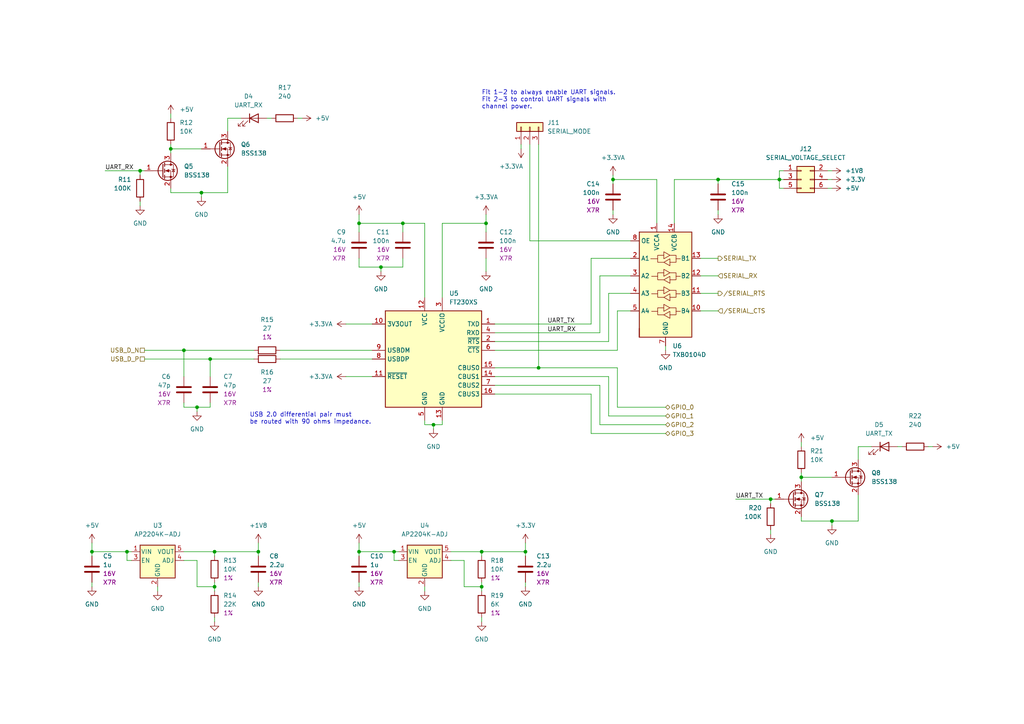
<source format=kicad_sch>
(kicad_sch (version 20230121) (generator eeschema)
  (paper "A4")
  (title_block (title "uCIme Lite USB controller") (date "2023-03-28") (company "(C) BayLibre"))
  (lib_symbols
    (symbol "Connector_Generic:Conn_01x03" (pin_names (offset 1.016) hide)
      (property "Reference" "J" (at 0 5.08 0))
      (property "Value" "Conn_01x03" (at 0 -5.08 0))
      (symbol "Conn_01x03_1_1"
        (rectangle (start -1.27 -2.413) (end 0 -2.667) (stroke (width 0.1524)))
        (rectangle (start -1.27 0.127) (end 0 -0.127) (stroke (width 0.1524)))
        (rectangle (start -1.27 2.667) (end 0 2.413) (stroke (width 0.1524)))
        (rectangle (start -1.27 3.81) (end 1.27 -3.81) (stroke (width 0.254)) (fill (type background)))
        (pin passive line (at -5.08 2.54 0) (length 3.81) (name "Pin_1") (number "1"))
        (pin passive line (at -5.08 0 0) (length 3.81) (name "Pin_2") (number "2"))
        (pin passive line (at -5.08 -2.54 0) (length 3.81) (name "Pin_3") (number "3"))
      )
    )
    (symbol "Connector_Generic:Conn_02x03_Odd_Even" (pin_names (offset 1.016) hide)
      (property "Reference" "J" (at 1.27 5.08 0))
      (property "Value" "Conn_02x03_Odd_Even" (at 1.27 -5.08 0))
      (symbol "Conn_02x03_Odd_Even_1_1"
        (rectangle (start -1.27 -2.413) (end 0 -2.667) (stroke (width 0.1524)))
        (rectangle (start -1.27 0.127) (end 0 -0.127) (stroke (width 0.1524)))
        (rectangle (start -1.27 2.667) (end 0 2.413) (stroke (width 0.1524)))
        (rectangle (start -1.27 3.81) (end 3.81 -3.81) (stroke (width 0.254)) (fill (type background)))
        (rectangle (start 3.81 -2.413) (end 2.54 -2.667) (stroke (width 0.1524)))
        (rectangle (start 3.81 0.127) (end 2.54 -0.127) (stroke (width 0.1524)))
        (rectangle (start 3.81 2.667) (end 2.54 2.413) (stroke (width 0.1524)))
        (pin passive line (at -5.08 2.54 0) (length 3.81) (name "Pin_1") (number "1"))
        (pin passive line (at 7.62 2.54 180) (length 3.81) (name "Pin_2") (number "2"))
        (pin passive line (at -5.08 0 0) (length 3.81) (name "Pin_3") (number "3"))
        (pin passive line (at 7.62 0 180) (length 3.81) (name "Pin_4") (number "4"))
        (pin passive line (at -5.08 -2.54 0) (length 3.81) (name "Pin_5") (number "5"))
        (pin passive line (at 7.62 -2.54 180) (length 3.81) (name "Pin_6") (number "6"))
      )
    )
    (symbol "Device:C" (pin_numbers hide) (pin_names (offset 0.254))
      (property "Reference" "C" (at 0.635 2.54 0))
      (property "Value" "C" (at 0.635 -2.54 0))
      (symbol "C_0_1"
        (polyline (pts (xy -2.032 -0.762) (xy 2.032 -0.762)) (stroke (width 0.508)))
        (polyline (pts (xy -2.032 0.762) (xy 2.032 0.762)) (stroke (width 0.508)))
      )
      (symbol "C_1_1"
        (pin passive line (at 0 3.81 270) (length 2.794) (name "~") (number "1"))
        (pin passive line (at 0 -3.81 90) (length 2.794) (name "~") (number "2"))
      )
    )
    (symbol "Device:LED" (pin_numbers hide) (pin_names (offset 1.016) hide)
      (property "Reference" "D" (at 0 2.54 0))
      (property "Value" "LED" (at 0 -2.54 0))
      (symbol "LED_0_1"
        (polyline (pts (xy -1.27 -1.27) (xy -1.27 1.27)) (stroke (width 0.254)))
        (polyline (pts (xy -1.27 0) (xy 1.27 0)))
        (polyline (pts (xy 1.27 -1.27) (xy 1.27 1.27) (xy -1.27 0) (xy 1.27 -1.27)) (stroke (width 0.254)))
        (polyline (pts (xy -3.048 -0.762) (xy -4.572 -2.286) (xy -3.81 -2.286) (xy -4.572 -2.286) (xy -4.572 -1.524)))
        (polyline (pts (xy -1.778 -0.762) (xy -3.302 -2.286) (xy -2.54 -2.286) (xy -3.302 -2.286) (xy -3.302 -1.524)))
      )
      (symbol "LED_1_1"
        (pin passive line (at -3.81 0 0) (length 2.54) (name "K") (number "1"))
        (pin passive line (at 3.81 0 180) (length 2.54) (name "A") (number "2"))
      )
    )
    (symbol "Device:R" (pin_numbers hide) (pin_names (offset 0))
      (property "Reference" "R" (at 2.032 0 90))
      (property "Value" "R" (at 0 0 90))
      (symbol "R_0_1"
        (rectangle (start -1.016 -2.54) (end 1.016 2.54) (stroke (width 0.254)))
      )
      (symbol "R_1_1"
        (pin passive line (at 0 3.81 270) (length 1.27) (name "~") (number "1"))
        (pin passive line (at 0 -3.81 90) (length 1.27) (name "~") (number "2"))
      )
    )
    (symbol "Interface_USB:FT230XS"
      (property "Reference" "U" (at -13.97 15.24 0))
      (property "Value" "FT230XS" (at 7.62 15.24 0))
      (symbol "FT230XS_0_1"
        (rectangle (start -13.97 13.97) (end 13.97 -13.97) (stroke (width 0.254)) (fill (type background)))
      )
      (symbol "FT230XS_1_1"
        (pin output line (at 17.78 10.16 180) (length 3.81) (name "TXD") (number "1"))
        (pin power_out line (at -17.78 10.16 0) (length 3.81) (name "3V3OUT") (number "10"))
        (pin input line (at -17.78 -5.08 0) (length 3.81) (name "~{RESET}") (number "11"))
        (pin power_in line (at -2.54 17.78 270) (length 3.81) (name "VCC") (number "12"))
        (pin power_in line (at 2.54 -17.78 90) (length 3.81) (name "GND") (number "13"))
        (pin bidirectional line (at 17.78 -5.08 180) (length 3.81) (name "CBUS1") (number "14"))
        (pin bidirectional line (at 17.78 -2.54 180) (length 3.81) (name "CBUS0") (number "15"))
        (pin bidirectional line (at 17.78 -10.16 180) (length 3.81) (name "CBUS3") (number "16"))
        (pin output line (at 17.78 5.08 180) (length 3.81) (name "~{RTS}") (number "2"))
        (pin power_in line (at 2.54 17.78 270) (length 3.81) (name "VCCIO") (number "3"))
        (pin input line (at 17.78 7.62 180) (length 3.81) (name "RXD") (number "4"))
        (pin power_in line (at -2.54 -17.78 90) (length 3.81) (name "GND") (number "5"))
        (pin input line (at 17.78 2.54 180) (length 3.81) (name "~{CTS}") (number "6"))
        (pin bidirectional line (at 17.78 -7.62 180) (length 3.81) (name "CBUS2") (number "7"))
        (pin bidirectional line (at -17.78 0 0) (length 3.81) (name "USBDP") (number "8"))
        (pin bidirectional line (at -17.78 2.54 0) (length 3.81) (name "USBDM") (number "9"))
      )
    )
    (symbol "Logic_LevelTranslator:TXB0104D"
      (property "Reference" "U" (at -6.35 16.51 0))
      (property "Value" "TXB0104D" (at 3.81 16.51 0))
      (symbol "TXB0104D_0_1"
        (rectangle (start -7.62 -15.24) (end -7.62 -12.7) (stroke (width 0.254)))
        (rectangle (start -7.62 15.24) (end 7.62 -15.24) (stroke (width 0.254)) (fill (type background)))
        (polyline (pts (xy -2.286 -7.747) (xy -2.286 -6.731) (xy -0.508 -6.731)))
        (polyline (pts (xy -2.286 -2.667) (xy -2.286 -1.651) (xy -0.508 -1.651)))
        (polyline (pts (xy -2.286 2.413) (xy -2.286 3.429) (xy -0.508 3.429)))
        (polyline (pts (xy -2.286 7.493) (xy -2.286 8.509) (xy -0.508 8.509)))
        (polyline (pts (xy 3.048 -7.747) (xy 3.048 -8.763) (xy 1.27 -8.763)))
        (polyline (pts (xy 3.048 -2.667) (xy 3.048 -3.683) (xy 1.27 -3.683)))
        (polyline (pts (xy 3.048 2.413) (xy 3.048 1.397) (xy 1.27 1.397)))
        (polyline (pts (xy 3.048 7.493) (xy 3.048 6.477) (xy 1.27 6.477)))
        (polyline (pts (xy -0.508 -8.763) (xy -2.286 -8.763) (xy -2.286 -7.747) (xy -4.064 -7.747)))
        (polyline (pts (xy -0.508 -8.763) (xy 1.27 -7.747) (xy 1.27 -9.779) (xy -0.508 -8.763)))
        (polyline (pts (xy -0.508 -3.683) (xy -2.286 -3.683) (xy -2.286 -2.667) (xy -4.064 -2.667)))
        (polyline (pts (xy -0.508 -3.683) (xy 1.27 -2.667) (xy 1.27 -4.699) (xy -0.508 -3.683)))
        (polyline (pts (xy -0.508 1.397) (xy -2.286 1.397) (xy -2.286 2.413) (xy -4.064 2.413)))
        (polyline (pts (xy -0.508 1.397) (xy 1.27 2.413) (xy 1.27 0.381) (xy -0.508 1.397)))
        (polyline (pts (xy -0.508 6.477) (xy -2.286 6.477) (xy -2.286 7.493) (xy -4.318 7.493)))
        (polyline (pts (xy -0.508 6.477) (xy 1.27 7.493) (xy 1.27 5.461) (xy -0.508 6.477)))
        (polyline (pts (xy 1.27 -6.731) (xy -0.508 -7.747) (xy -0.508 -5.715) (xy 1.27 -6.731)))
        (polyline (pts (xy 1.27 -6.731) (xy 3.048 -6.731) (xy 3.048 -7.747) (xy 4.318 -7.747)))
        (polyline (pts (xy 1.27 -1.651) (xy -0.508 -2.667) (xy -0.508 -0.635) (xy 1.27 -1.651)))
        (polyline (pts (xy 1.27 -1.651) (xy 3.048 -1.651) (xy 3.048 -2.667) (xy 4.318 -2.667)))
        (polyline (pts (xy 1.27 3.429) (xy -0.508 2.413) (xy -0.508 4.445) (xy 1.27 3.429)))
        (polyline (pts (xy 1.27 3.429) (xy 3.048 3.429) (xy 3.048 2.413) (xy 4.318 2.413)))
        (polyline (pts (xy 1.27 8.509) (xy -0.508 7.493) (xy -0.508 9.525) (xy 1.27 8.509)))
        (polyline (pts (xy 1.27 8.509) (xy 3.048 8.509) (xy 3.048 7.493) (xy 4.318 7.493)))
      )
      (symbol "TXB0104D_1_1"
        (pin power_in line (at -2.54 17.78 270) (length 2.54) (name "VCCA") (number "1"))
        (pin bidirectional line (at 10.16 -7.62 180) (length 2.54) (name "B4") (number "10"))
        (pin bidirectional line (at 10.16 -2.54 180) (length 2.54) (name "B3") (number "11"))
        (pin bidirectional line (at 10.16 2.54 180) (length 2.54) (name "B2") (number "12"))
        (pin bidirectional line (at 10.16 7.62 180) (length 2.54) (name "B1") (number "13"))
        (pin power_in line (at 2.54 17.78 270) (length 2.54) (name "VCCB") (number "14"))
        (pin bidirectional line (at -10.16 7.62 0) (length 2.54) (name "A1") (number "2"))
        (pin bidirectional line (at -10.16 2.54 0) (length 2.54) (name "A2") (number "3"))
        (pin bidirectional line (at -10.16 -2.54 0) (length 2.54) (name "A3") (number "4"))
        (pin bidirectional line (at -10.16 -7.62 0) (length 2.54) (name "A4") (number "5"))
        (pin no_connect line (at -10.16 -12.7 0) (length 2.54) hide (name "NC") (number "6"))
        (pin power_in line (at 0 -17.78 90) (length 2.54) (name "GND") (number "7"))
        (pin input line (at -10.16 12.7 0) (length 2.54) (name "OE") (number "8"))
        (pin no_connect line (at 10.16 -12.7 180) (length 2.54) hide (name "NC") (number "9"))
      )
    )
    (symbol "Regulator_Linear:AP2204K-ADJ" (pin_names (offset 0.254))
      (property "Reference" "U" (at -5.08 5.715 0))
      (property "Value" "AP2204K-ADJ" (at 0 5.715 0))
      (symbol "AP2204K-ADJ_0_1"
        (rectangle (start -5.08 4.445) (end 5.08 -5.08) (stroke (width 0.254)) (fill (type background)))
      )
      (symbol "AP2204K-ADJ_1_1"
        (pin power_in line (at -7.62 2.54 0) (length 2.54) (name "VIN") (number "1"))
        (pin power_in line (at 0 -7.62 90) (length 2.54) (name "GND") (number "2"))
        (pin input line (at -7.62 0 0) (length 2.54) (name "EN") (number "3"))
        (pin input line (at 7.62 0 180) (length 2.54) (name "ADJ") (number "4"))
        (pin power_out line (at 7.62 2.54 180) (length 2.54) (name "VOUT") (number "5"))
      )
    )
    (symbol "Transistor_FET:BSS138" (pin_names hide)
      (property "Reference" "Q" (at 5.08 1.905 0))
      (property "Value" "BSS138" (at 5.08 0 0))
      (symbol "BSS138_0_1"
        (polyline (pts (xy 0.254 0) (xy -2.54 0)))
        (polyline (pts (xy 0.254 1.905) (xy 0.254 -1.905)) (stroke (width 0.254)))
        (polyline (pts (xy 0.762 -1.27) (xy 0.762 -2.286)) (stroke (width 0.254)))
        (polyline (pts (xy 0.762 0.508) (xy 0.762 -0.508)) (stroke (width 0.254)))
        (polyline (pts (xy 0.762 2.286) (xy 0.762 1.27)) (stroke (width 0.254)))
        (polyline (pts (xy 2.54 2.54) (xy 2.54 1.778)))
        (polyline (pts (xy 2.54 -2.54) (xy 2.54 0) (xy 0.762 0)))
        (polyline (pts (xy 0.762 -1.778) (xy 3.302 -1.778) (xy 3.302 1.778) (xy 0.762 1.778)))
        (polyline (pts (xy 1.016 0) (xy 2.032 0.381) (xy 2.032 -0.381) (xy 1.016 0)) (fill (type outline)))
        (polyline (pts (xy 2.794 0.508) (xy 2.921 0.381) (xy 3.683 0.381) (xy 3.81 0.254)))
        (polyline (pts (xy 3.302 0.381) (xy 2.921 -0.254) (xy 3.683 -0.254) (xy 3.302 0.381)))
        (circle (center 1.651 0) (radius 2.794) (stroke (width 0.254)))
        (circle (center 2.54 -1.778) (radius 0.254) (fill (type outline)))
        (circle (center 2.54 1.778) (radius 0.254) (fill (type outline)))
      )
      (symbol "BSS138_1_1"
        (pin input line (at -5.08 0 0) (length 2.54) (name "G") (number "1"))
        (pin passive line (at 2.54 -5.08 90) (length 2.54) (name "S") (number "2"))
        (pin passive line (at 2.54 5.08 270) (length 2.54) (name "D") (number "3"))
      )
    )
    (symbol "power:+1V8" (power) (pin_names (offset 0))
      (property "Value" "+1V8" (at 0 3.556 0))
      (symbol "+1V8_0_1"
        (polyline (pts (xy -0.762 1.27) (xy 0 2.54)))
        (polyline (pts (xy 0 0) (xy 0 2.54)))
        (polyline (pts (xy 0 2.54) (xy 0.762 1.27)))
      )
      (symbol "+1V8_1_1"
        (pin power_in line (at 0 0 90) (length 0) hide (name "+1V8") (number "1"))
      )
    )
    (symbol "power:+3.3V" (power) (pin_names (offset 0))
      (property "Value" "+3.3V" (at 0 3.556 0))
      (symbol "+3.3V_0_1"
        (polyline (pts (xy -0.762 1.27) (xy 0 2.54)))
        (polyline (pts (xy 0 0) (xy 0 2.54)))
        (polyline (pts (xy 0 2.54) (xy 0.762 1.27)))
      )
      (symbol "+3.3V_1_1"
        (pin power_in line (at 0 0 90) (length 0) hide (name "+3.3V") (number "1"))
      )
    )
    (symbol "power:+3.3VA" (power) (pin_names (offset 0))
      (property "Value" "+3.3VA" (at 0 3.556 0))
      (symbol "+3.3VA_0_1"
        (polyline (pts (xy -0.762 1.27) (xy 0 2.54)))
        (polyline (pts (xy 0 0) (xy 0 2.54)))
        (polyline (pts (xy 0 2.54) (xy 0.762 1.27)))
      )
      (symbol "+3.3VA_1_1"
        (pin power_in line (at 0 0 90) (length 0) hide (name "+3.3VA") (number "1"))
      )
    )
    (symbol "power:+5V" (power) (pin_names (offset 0))
      (property "Value" "+5V" (at 0 3.556 0))
      (symbol "+5V_0_1"
        (polyline (pts (xy -0.762 1.27) (xy 0 2.54)))
        (polyline (pts (xy 0 0) (xy 0 2.54)))
        (polyline (pts (xy 0 2.54) (xy 0.762 1.27)))
      )
      (symbol "+5V_1_1"
        (pin power_in line (at 0 0 90) (length 0) hide (name "+5V") (number "1"))
      )
    )
    (symbol "power:GND" (power) (pin_names (offset 0))
      (property "Value" "GND" (at 0 -3.81 0))
      (symbol "GND_0_1"
        (polyline (pts (xy 0 0) (xy 0 -1.27) (xy 1.27 -1.27) (xy 0 -2.54) (xy -1.27 -1.27) (xy 0 -1.27)))
      )
      (symbol "GND_1_1"
        (pin power_in line (at 0 0 270) (length 0) hide (name "GND") (number "1"))
      )
    )
  )
  (junction (at 241.3 151.13))
  (junction (at 152.4 160.02))
  (junction (at 57.15 118.11))
  (junction (at 140.97 64.77))
  (junction (at 104.14 160.02))
  (junction (at 223.52 144.78))
  (junction (at 156.21 106.68))
  (junction (at 139.7 170.18))
  (junction (at 208.28 52.07))
  (junction (at 53.34 101.6))
  (junction (at 62.23 170.18))
  (junction (at 36.83 160.02))
  (junction (at 74.93 160.02))
  (junction (at 232.41 138.43))
  (junction (at 104.14 64.77))
  (junction (at 125.73 123.19))
  (junction (at 226.06 52.07))
  (junction (at 40.64 49.53))
  (junction (at 49.53 43.18))
  (junction (at 62.23 160.02))
  (junction (at 177.8 52.07))
  (junction (at 110.49 77.47))
  (junction (at 26.67 160.02))
  (junction (at 139.7 160.02))
  (junction (at 114.3 160.02))
  (junction (at 60.96 104.14))
  (junction (at 58.42 55.88))
  (junction (at 116.84 64.77))
  (wire (pts (xy 153.67 69.85) (xy 182.88 69.85)))
  (wire (pts (xy 208.28 52.07) (xy 208.28 53.34)))
  (wire (pts (xy 208.28 60.96) (xy 208.28 62.23)))
  (wire (pts (xy 116.84 74.93) (xy 116.84 77.47)))
  (wire (pts (xy 62.23 160.02) (xy 74.93 160.02)))
  (wire (pts (xy 123.19 64.77) (xy 123.19 86.36)))
  (wire (pts (xy 36.83 162.56) (xy 38.1 162.56)))
  (wire (pts (xy 171.45 114.3) (xy 171.45 125.73)))
  (wire (pts (xy 66.04 34.29) (xy 69.85 34.29)))
  (wire (pts (xy 248.92 133.35) (xy 248.92 129.54)))
  (wire (pts (xy 195.58 52.07) (xy 195.58 64.77)))
  (wire (pts (xy 171.45 74.93) (xy 182.88 74.93)))
  (wire (pts (xy 100.33 93.98) (xy 107.95 93.98)))
  (wire (pts (xy 140.97 64.77) (xy 140.97 67.31)))
  (wire (pts (xy 139.7 179.07) (xy 139.7 180.34)))
  (wire (pts (xy 143.51 114.3) (xy 171.45 114.3)))
  (wire (pts (xy 123.19 123.19) (xy 125.73 123.19)))
  (wire (pts (xy 173.99 123.19) (xy 193.04 123.19)))
  (wire (pts (xy 203.2 80.01) (xy 208.28 80.01)))
  (wire (pts (xy 171.45 125.73) (xy 193.04 125.73)))
  (wire (pts (xy 156.21 106.68) (xy 179.07 106.68)))
  (wire (pts (xy 143.51 111.76) (xy 173.99 111.76)))
  (wire (pts (xy 143.51 99.06) (xy 176.53 99.06)))
  (wire (pts (xy 104.14 62.23) (xy 104.14 64.77)))
  (wire (pts (xy 41.91 104.14) (xy 60.96 104.14)))
  (wire (pts (xy 49.53 54.61) (xy 49.53 55.88)))
  (wire (pts (xy 173.99 96.52) (xy 173.99 80.01)))
  (wire (pts (xy 49.53 33.02) (xy 49.53 34.29)))
  (wire (pts (xy 130.81 160.02) (xy 139.7 160.02)))
  (wire (pts (xy 134.62 170.18) (xy 139.7 170.18)))
  (wire (pts (xy 41.91 49.53) (xy 40.64 49.53)))
  (wire (pts (xy 179.07 101.6) (xy 179.07 90.17)))
  (wire (pts (xy 41.91 101.6) (xy 53.34 101.6)))
  (wire (pts (xy 176.53 85.09) (xy 182.88 85.09)))
  (wire (pts (xy 232.41 137.16) (xy 232.41 138.43)))
  (wire (pts (xy 232.41 128.27) (xy 232.41 129.54)))
  (wire (pts (xy 203.2 90.17) (xy 208.28 90.17)))
  (wire (pts (xy 177.8 60.96) (xy 177.8 62.23)))
  (wire (pts (xy 226.06 54.61) (xy 227.33 54.61)))
  (wire (pts (xy 57.15 162.56) (xy 57.15 170.18)))
  (wire (pts (xy 223.52 153.67) (xy 223.52 154.94)))
  (wire (pts (xy 26.67 160.02) (xy 26.67 161.29)))
  (wire (pts (xy 38.1 160.02) (xy 36.83 160.02)))
  (wire (pts (xy 77.47 34.29) (xy 78.74 34.29)))
  (wire (pts (xy 49.53 55.88) (xy 58.42 55.88)))
  (wire (pts (xy 152.4 160.02) (xy 152.4 161.29)))
  (wire (pts (xy 143.51 93.98) (xy 171.45 93.98)))
  (wire (pts (xy 74.93 160.02) (xy 74.93 161.29)))
  (wire (pts (xy 177.8 52.07) (xy 177.8 53.34)))
  (wire (pts (xy 128.27 123.19) (xy 128.27 121.92)))
  (wire (pts (xy 130.81 162.56) (xy 134.62 162.56)))
  (wire (pts (xy 116.84 64.77) (xy 123.19 64.77)))
  (wire (pts (xy 53.34 118.11) (xy 57.15 118.11)))
  (wire (pts (xy 49.53 41.91) (xy 49.53 43.18)))
  (wire (pts (xy 232.41 149.86) (xy 232.41 151.13)))
  (wire (pts (xy 203.2 74.93) (xy 208.28 74.93)))
  (wire (pts (xy 104.14 160.02) (xy 104.14 161.29)))
  (wire (pts (xy 100.33 109.22) (xy 107.95 109.22)))
  (wire (pts (xy 81.28 101.6) (xy 107.95 101.6)))
  (wire (pts (xy 151.13 41.91) (xy 151.13 43.18)))
  (wire (pts (xy 176.53 99.06) (xy 176.53 85.09)))
  (wire (pts (xy 248.92 151.13) (xy 248.92 143.51)))
  (wire (pts (xy 60.96 104.14) (xy 73.66 104.14)))
  (wire (pts (xy 139.7 160.02) (xy 139.7 161.29)))
  (wire (pts (xy 40.64 58.42) (xy 40.64 59.69)))
  (wire (pts (xy 240.03 49.53) (xy 241.3 49.53)))
  (wire (pts (xy 269.24 129.54) (xy 270.51 129.54)))
  (wire (pts (xy 179.07 118.11) (xy 193.04 118.11)))
  (wire (pts (xy 176.53 120.65) (xy 193.04 120.65)))
  (wire (pts (xy 125.73 123.19) (xy 125.73 124.46)))
  (wire (pts (xy 125.73 123.19) (xy 128.27 123.19)))
  (wire (pts (xy 139.7 160.02) (xy 152.4 160.02)))
  (wire (pts (xy 173.99 111.76) (xy 173.99 123.19)))
  (wire (pts (xy 62.23 179.07) (xy 62.23 180.34)))
  (wire (pts (xy 110.49 77.47) (xy 110.49 78.74)))
  (wire (pts (xy 36.83 160.02) (xy 26.67 160.02)))
  (wire (pts (xy 53.34 116.84) (xy 53.34 118.11)))
  (wire (pts (xy 110.49 77.47) (xy 116.84 77.47)))
  (wire (pts (xy 57.15 118.11) (xy 60.96 118.11)))
  (wire (pts (xy 226.06 52.07) (xy 227.33 52.07)))
  (wire (pts (xy 26.67 157.48) (xy 26.67 160.02)))
  (wire (pts (xy 114.3 160.02) (xy 104.14 160.02)))
  (wire (pts (xy 40.64 49.53) (xy 40.64 50.8)))
  (wire (pts (xy 60.96 118.11) (xy 60.96 116.84)))
  (wire (pts (xy 227.33 49.53) (xy 226.06 49.53)))
  (wire (pts (xy 143.51 109.22) (xy 176.53 109.22)))
  (wire (pts (xy 171.45 93.98) (xy 171.45 74.93)))
  (wire (pts (xy 173.99 80.01) (xy 182.88 80.01)))
  (wire (pts (xy 232.41 138.43) (xy 241.3 138.43)))
  (wire (pts (xy 123.19 171.45) (xy 123.19 170.18)))
  (wire (pts (xy 140.97 74.93) (xy 140.97 78.74)))
  (wire (pts (xy 143.51 101.6) (xy 179.07 101.6)))
  (wire (pts (xy 45.72 171.45) (xy 45.72 170.18)))
  (wire (pts (xy 104.14 157.48) (xy 104.14 160.02)))
  (wire (pts (xy 73.66 101.6) (xy 53.34 101.6)))
  (wire (pts (xy 49.53 43.18) (xy 58.42 43.18)))
  (wire (pts (xy 123.19 121.92) (xy 123.19 123.19)))
  (wire (pts (xy 104.14 64.77) (xy 104.14 67.31)))
  (wire (pts (xy 114.3 160.02) (xy 114.3 162.56)))
  (wire (pts (xy 116.84 64.77) (xy 116.84 67.31)))
  (wire (pts (xy 81.28 104.14) (xy 107.95 104.14)))
  (wire (pts (xy 152.4 168.91) (xy 152.4 170.18)))
  (wire (pts (xy 139.7 170.18) (xy 139.7 171.45)))
  (wire (pts (xy 177.8 52.07) (xy 190.5 52.07)))
  (wire (pts (xy 208.28 52.07) (xy 226.06 52.07)))
  (wire (pts (xy 177.8 50.8) (xy 177.8 52.07)))
  (wire (pts (xy 140.97 62.23) (xy 140.97 64.77)))
  (wire (pts (xy 152.4 157.48) (xy 152.4 160.02)))
  (wire (pts (xy 248.92 129.54) (xy 252.73 129.54)))
  (wire (pts (xy 58.42 55.88) (xy 66.04 55.88)))
  (wire (pts (xy 224.79 144.78) (xy 223.52 144.78)))
  (wire (pts (xy 179.07 118.11) (xy 179.07 106.68)))
  (wire (pts (xy 153.67 41.91) (xy 153.67 69.85)))
  (wire (pts (xy 195.58 52.07) (xy 208.28 52.07)))
  (wire (pts (xy 74.93 157.48) (xy 74.93 160.02)))
  (wire (pts (xy 176.53 109.22) (xy 176.53 120.65)))
  (wire (pts (xy 232.41 151.13) (xy 241.3 151.13)))
  (wire (pts (xy 53.34 162.56) (xy 57.15 162.56)))
  (wire (pts (xy 57.15 170.18) (xy 62.23 170.18)))
  (wire (pts (xy 49.53 43.18) (xy 49.53 44.45)))
  (wire (pts (xy 36.83 160.02) (xy 36.83 162.56)))
  (wire (pts (xy 226.06 52.07) (xy 226.06 54.61)))
  (wire (pts (xy 60.96 109.22) (xy 60.96 104.14)))
  (wire (pts (xy 156.21 41.91) (xy 156.21 106.68)))
  (wire (pts (xy 240.03 54.61) (xy 241.3 54.61)))
  (wire (pts (xy 104.14 77.47) (xy 110.49 77.47)))
  (wire (pts (xy 58.42 55.88) (xy 58.42 57.15)))
  (wire (pts (xy 114.3 162.56) (xy 115.57 162.56)))
  (wire (pts (xy 66.04 55.88) (xy 66.04 48.26)))
  (wire (pts (xy 104.14 168.91) (xy 104.14 170.18)))
  (wire (pts (xy 74.93 168.91) (xy 74.93 170.18)))
  (wire (pts (xy 134.62 162.56) (xy 134.62 170.18)))
  (wire (pts (xy 115.57 160.02) (xy 114.3 160.02)))
  (wire (pts (xy 86.36 34.29) (xy 87.63 34.29)))
  (wire (pts (xy 226.06 49.53) (xy 226.06 52.07)))
  (wire (pts (xy 232.41 138.43) (xy 232.41 139.7)))
  (wire (pts (xy 140.97 64.77) (xy 128.27 64.77)))
  (wire (pts (xy 143.51 106.68) (xy 156.21 106.68)))
  (wire (pts (xy 66.04 38.1) (xy 66.04 34.29)))
  (wire (pts (xy 139.7 170.18) (xy 139.7 168.91)))
  (wire (pts (xy 241.3 151.13) (xy 248.92 151.13)))
  (wire (pts (xy 26.67 168.91) (xy 26.67 170.18)))
  (wire (pts (xy 179.07 90.17) (xy 182.88 90.17)))
  (wire (pts (xy 53.34 160.02) (xy 62.23 160.02)))
  (wire (pts (xy 128.27 64.77) (xy 128.27 86.36)))
  (wire (pts (xy 53.34 101.6) (xy 53.34 109.22)))
  (wire (pts (xy 193.04 100.33) (xy 193.04 101.6)))
  (wire (pts (xy 62.23 170.18) (xy 62.23 171.45)))
  (wire (pts (xy 240.03 52.07) (xy 241.3 52.07)))
  (wire (pts (xy 203.2 85.09) (xy 208.28 85.09)))
  (wire (pts (xy 260.35 129.54) (xy 261.62 129.54)))
  (wire (pts (xy 30.48 49.53) (xy 40.64 49.53)))
  (wire (pts (xy 62.23 170.18) (xy 62.23 168.91)))
  (wire (pts (xy 62.23 160.02) (xy 62.23 161.29)))
  (wire (pts (xy 241.3 151.13) (xy 241.3 152.4)))
  (wire (pts (xy 190.5 52.07) (xy 190.5 64.77)))
  (wire (pts (xy 104.14 74.93) (xy 104.14 77.47)))
  (wire (pts (xy 57.15 118.11) (xy 57.15 119.38)))
  (wire (pts (xy 223.52 144.78) (xy 223.52 146.05)))
  (wire (pts (xy 143.51 96.52) (xy 173.99 96.52)))
  (wire (pts (xy 213.36 144.78) (xy 223.52 144.78)))
  (wire (pts (xy 104.14 64.77) (xy 116.84 64.77)))
  (text "USB 2.0 differential pair must\nbe routed with 90 ohms impedance." (at 72.39 123.19 0) (effects (font (size 1.27 1.27)) (justify left bottom)))
  (text "Fit 1-2 to always enable UART signals.\nFit 2-3 to control UART signals with\nchannel power." (at 139.7 31.75 0) (effects (font (size 1.27 1.27)) (justify left bottom)))
  (label "UART_RX" (at 30.48 49.53 0))
  (label "UART_TX" (at 158.75 93.98 0))
  (label "UART_TX" (at 213.36 144.78 0))
  (label "UART_RX" (at 158.75 96.52 0))
  (hierarchical_label "GPIO_2" (shape bidirectional) (at 193.04 123.19 0))
  (hierarchical_label "GPIO_0" (shape bidirectional) (at 193.04 118.11 0))
  (hierarchical_label "USB_D_N" (shape passive) (at 41.91 101.6 180))
  (hierarchical_label "GPIO_3" (shape bidirectional) (at 193.04 125.73 0))
  (hierarchical_label "{slash}SERIAL_RTS" (shape output) (at 208.28 85.09 0))
  (hierarchical_label "{slash}SERIAL_CTS" (shape input) (at 208.28 90.17 0))
  (hierarchical_label "SERIAL_TX" (shape output) (at 208.28 74.93 0))
  (hierarchical_label "GPIO_1" (shape bidirectional) (at 193.04 120.65 0))
  (hierarchical_label "USB_D_P" (shape passive) (at 41.91 104.14 180))
  (hierarchical_label "SERIAL_RX" (shape input) (at 208.28 80.01 0))
  (symbol (lib_id "Device:C") (at 152.4 165.1 0) (unit 1)
    (property "Reference" "C13" (at 155.575 161.2899 0) (effects (justify left)))
    (property "Value" "2.2u" (at 155.575 163.8299 0) (effects (justify left)))
    (property "Footprint" "Capacitor_SMD:C_0603_1608Metric" (effects hide))
    (property "Value2" "16V" (at 155.575 166.3699 0) (effects (justify left)))
    (property "Value3" "X7R" (at 155.575 168.9099 0) (effects (justify left)))
    (property "PartNumber" "CL10A225KO8NNNC" (effects hide))
  )
  (symbol (lib_id "power:+3.3VA") (at 140.97 62.23 0) (unit 1)
    (property "Reference" "#PWR0147" (effects hide))
    (property "Value" "+3.3VA" (at 140.97 57.15 0))
  )
  (symbol (lib_id "Logic_LevelTranslator:TXB0104D") (at 193.04 82.55 0) (unit 1)
    (property "Reference" "U6" (at 195.0594 100.33 0) (effects (justify left)))
    (property "Value" "TXB0104D" (at 195.0594 102.87 0) (effects (justify left)))
    (property "Footprint" "Package_SO:SOIC-14_3.9x8.7mm_P1.27mm" (effects hide))
    (property "Datasheet" "http://www.ti.com/lit/ds/symlink/txb0104.pdf" (effects hide))
    (property "PartNumber" "TXB0104DR" (effects hide))
  )
  (symbol (lib_id "power:GND") (at 26.67 170.18 0) (unit 1)
    (property "Reference" "#PWR0144" (effects hide))
    (property "Value" "GND" (at 26.67 175.26 0))
  )
  (symbol (lib_id "Device:R") (at 62.23 175.26 180) (unit 1)
    (property "Reference" "R14" (at 64.77 172.7199 0) (effects (justify right)))
    (property "Value" "22K" (at 64.77 175.2599 0) (effects (justify right)))
    (property "Footprint" "Resistor_SMD:R_0603_1608Metric" (effects hide))
    (property "Value2" "1%" (at 64.77 177.7999 0) (effects (justify right)))
  )
  (symbol (lib_id "power:GND") (at 104.14 170.18 0) (unit 1)
    (property "Reference" "#PWR0127" (effects hide))
    (property "Value" "GND" (at 104.14 175.26 0))
  )
  (symbol (lib_id "power:+5V") (at 26.67 157.48 0) (unit 1)
    (property "Reference" "#PWR0140" (effects hide))
    (property "Value" "+5V" (at 26.67 152.4 0))
  )
  (symbol (lib_id "power:+3.3VA") (at 177.8 50.8 0) (unit 1)
    (property "Reference" "#PWR0153" (effects hide))
    (property "Value" "+3.3VA" (at 177.8 45.72 0))
  )
  (symbol (lib_id "Device:C") (at 208.28 57.15 0) (unit 1)
    (property "Reference" "C15" (at 212.09 53.3399 0) (effects (justify left)))
    (property "Value" "100n" (at 212.09 55.8799 0) (effects (justify left)))
    (property "Footprint" "Capacitor_SMD:C_0603_1608Metric" (effects hide))
    (property "Value2" "16V" (at 212.09 58.4199 0) (effects (justify left)))
    (property "Value3" "X7R" (at 212.09 60.9599 0) (effects (justify left)))
  )
  (symbol (lib_id "power:GND") (at 177.8 62.23 0) (unit 1)
    (property "Reference" "#PWR0154" (effects hide))
    (property "Value" "GND" (at 177.8 67.31 0))
  )
  (symbol (lib_id "Transistor_FET:BSS138") (at 63.5 43.18 0) (unit 1)
    (property "Reference" "Q6" (at 69.85 41.9099 0) (effects (justify left)))
    (property "Value" "BSS138" (at 69.85 44.4499 0) (effects (justify left)))
    (property "Footprint" "Package_TO_SOT_SMD:SOT-23" (effects hide))
    (property "Datasheet" "https://www.onsemi.com/pub/Collateral/BSS138-D.PDF" (effects hide))
    (property "PartNumber" "BSS138P,215" (effects hide))
  )
  (symbol (lib_id "Device:C") (at 74.93 165.1 0) (unit 1)
    (property "Reference" "C8" (at 78.105 161.2899 0) (effects (justify left)))
    (property "Value" "2.2u" (at 78.105 163.8299 0) (effects (justify left)))
    (property "Footprint" "Capacitor_SMD:C_0603_1608Metric" (effects hide))
    (property "Value2" "16V" (at 78.105 166.3699 0) (effects (justify left)))
    (property "Value3" "X7R" (at 78.105 168.9099 0) (effects (justify left)))
    (property "PartNumber" "CL10A225KO8NNNC" (effects hide))
  )
  (symbol (lib_id "power:GND") (at 58.42 57.15 0) (unit 1)
    (property "Reference" "#PWR0135" (effects hide))
    (property "Value" "GND" (at 58.42 62.23 0))
  )
  (symbol (lib_id "power:+5V") (at 232.41 128.27 0) (unit 1)
    (property "Reference" "#PWR0136" (effects hide))
    (property "Value" "+5V" (at 234.95 126.9999 0) (effects (justify left)))
  )
  (symbol (lib_id "Device:R") (at 139.7 165.1 180) (unit 1)
    (property "Reference" "R18" (at 142.24 162.5599 0) (effects (justify right)))
    (property "Value" "10K" (at 142.24 165.0999 0) (effects (justify right)))
    (property "Footprint" "Resistor_SMD:R_0603_1608Metric" (effects hide))
    (property "Value2" "1%" (at 142.24 167.6399 0) (effects (justify right)))
  )
  (symbol (lib_id "Device:C") (at 60.96 113.03 0) (unit 1)
    (property "Reference" "C7" (at 64.77 109.2199 0) (effects (justify left)))
    (property "Value" "47p" (at 64.77 111.7599 0) (effects (justify left)))
    (property "Footprint" "Capacitor_SMD:C_0603_1608Metric" (effects hide))
    (property "Value2" "16V" (at 64.77 114.2999 0) (effects (justify left)))
    (property "Value3" "X7R" (at 64.77 116.8399 0) (effects (justify left)))
  )
  (symbol (lib_id "Device:C") (at 104.14 71.12 0) (unit 1)
    (property "Reference" "C9" (at 100.33 67.3099 0) (effects (justify right)))
    (property "Value" "4.7u" (at 100.33 69.8499 0) (effects (justify right)))
    (property "Footprint" "Capacitor_SMD:C_0805_2012Metric" (effects hide))
    (property "Value2" "16V" (at 100.33 72.3899 0) (effects (justify right)))
    (property "Value3" "X7R" (at 100.33 74.9299 0) (effects (justify right)))
  )
  (symbol (lib_id "power:+3.3VA") (at 100.33 93.98 90) (unit 1)
    (property "Reference" "#PWR0149" (effects hide))
    (property "Value" "+3.3VA" (at 96.52 93.9799 90) (effects (justify left)))
  )
  (symbol (lib_id "Device:R") (at 82.55 34.29 90) (unit 1)
    (property "Reference" "R17" (at 82.55 25.4 90))
    (property "Value" "240" (at 82.55 27.94 90))
    (property "Footprint" "Resistor_SMD:R_1206_3216Metric" (effects hide))
    (property "Value2" "5%" (effects hide))
  )
  (symbol (lib_id "Transistor_FET:BSS138") (at 229.87 144.78 0) (unit 1)
    (property "Reference" "Q7" (at 236.22 143.5099 0) (effects (justify left)))
    (property "Value" "BSS138" (at 236.22 146.0499 0) (effects (justify left)))
    (property "Footprint" "Package_TO_SOT_SMD:SOT-23" (effects hide))
    (property "Datasheet" "https://www.onsemi.com/pub/Collateral/BSS138-D.PDF" (effects hide))
    (property "PartNumber" "BSS138P,215" (effects hide))
  )
  (symbol (lib_id "power:+1V8") (at 74.93 157.48 0) (unit 1)
    (property "Reference" "#PWR0141" (effects hide))
    (property "Value" "+1V8" (at 74.93 152.4 0))
  )
  (symbol (lib_id "power:+5V") (at 87.63 34.29 270) (unit 1)
    (property "Reference" "#PWR0150" (effects hide))
    (property "Value" "+5V" (at 91.44 34.2899 90) (effects (justify left)))
  )
  (symbol (lib_id "power:GND") (at 123.19 171.45 0) (unit 1)
    (property "Reference" "#PWR0131" (effects hide))
    (property "Value" "GND" (at 123.19 176.53 0))
  )
  (symbol (lib_id "power:GND") (at 241.3 152.4 0) (unit 1)
    (property "Reference" "#PWR0138" (effects hide))
    (property "Value" "GND" (at 241.3 157.48 0))
  )
  (symbol (lib_id "power:+3.3V") (at 241.3 52.07 270) (unit 1)
    (property "Reference" "#PWR0157" (effects hide))
    (property "Value" "+3.3V" (at 245.11 52.0699 90) (effects (justify left)))
  )
  (symbol (lib_id "Device:C") (at 177.8 57.15 0) (unit 1)
    (property "Reference" "C14" (at 173.99 53.3399 0) (effects (justify right)))
    (property "Value" "100n" (at 173.99 55.8799 0) (effects (justify right)))
    (property "Footprint" "Capacitor_SMD:C_0603_1608Metric" (effects hide))
    (property "Value2" "16V" (at 173.99 58.4199 0) (effects (justify right)))
    (property "Value3" "X7R" (at 173.99 60.9599 0) (effects (justify right)))
  )
  (symbol (lib_id "Device:R") (at 139.7 175.26 180) (unit 1)
    (property "Reference" "R19" (at 142.24 172.7199 0) (effects (justify right)))
    (property "Value" "6K" (at 142.24 175.2599 0) (effects (justify right)))
    (property "Footprint" "Resistor_SMD:R_0603_1608Metric" (effects hide))
    (property "Value2" "1%" (at 142.24 177.7999 0) (effects (justify right)))
  )
  (symbol (lib_id "power:+3.3V") (at 152.4 157.48 0) (unit 1)
    (property "Reference" "#PWR0128" (effects hide))
    (property "Value" "+3.3V" (at 152.4 152.4 0))
  )
  (symbol (lib_id "Connector_Generic:Conn_01x03") (at 153.67 36.83 90) (unit 1)
    (property "Reference" "J11" (at 158.75 35.5599 90) (effects (justify right)))
    (property "Value" "SERIAL_MODE" (at 158.75 38.0999 90) (effects (justify right)))
  )
  (symbol (lib_id "power:GND") (at 62.23 180.34 0) (unit 1)
    (property "Reference" "#PWR0145" (effects hide))
    (property "Value" "GND" (at 62.23 185.42 0))
  )
  (symbol (lib_id "power:+3.3VA") (at 100.33 109.22 90) (unit 1)
    (property "Reference" "#PWR0148" (effects hide))
    (property "Value" "+3.3VA" (at 96.52 109.2199 90) (effects (justify left)))
  )
  (symbol (lib_id "power:+5V") (at 241.3 54.61 270) (unit 1)
    (property "Reference" "#PWR0158" (effects hide))
    (property "Value" "+5V" (at 245.11 54.6099 90) (effects (justify left)))
  )
  (symbol (lib_id "power:GND") (at 57.15 119.38 0) (unit 1)
    (property "Reference" "#PWR0134" (effects hide))
    (property "Value" "GND" (at 57.15 124.46 0))
  )
  (symbol (lib_id "Regulator_Linear:AP2204K-ADJ") (at 123.19 162.56 0) (unit 1)
    (property "Reference" "U4" (at 123.19 152.4 0))
    (property "Value" "AP2204K-ADJ" (at 123.19 154.94 0))
    (property "Footprint" "Package_TO_SOT_SMD:SOT-23-5" (effects hide))
    (property "Datasheet" "https://www.diodes.com/assets/Datasheets/AP2204.pdf" (effects hide))
    (property "PartNumber" "AP2204K-ADJTRG1" (effects hide))
  )
  (symbol (lib_id "Device:R") (at 77.47 104.14 90) (unit 1)
    (property "Reference" "R16" (at 77.47 107.95 90))
    (property "Value" "27" (at 77.47 110.49 90))
    (property "Footprint" "Resistor_SMD:R_0603_1608Metric" (effects hide))
    (property "Value2" "1%" (at 77.47 113.03 90))
    (property "PartNumber" "RC0603FR-1327RL" (effects hide))
  )
  (symbol (lib_id "power:GND") (at 125.73 124.46 0) (unit 1)
    (property "Reference" "#PWR0124" (effects hide))
    (property "Value" "GND" (at 125.73 129.54 0))
  )
  (symbol (lib_id "Device:C") (at 140.97 71.12 0) (unit 1)
    (property "Reference" "C12" (at 144.78 67.3099 0) (effects (justify left)))
    (property "Value" "100n" (at 144.78 69.8499 0) (effects (justify left)))
    (property "Footprint" "Capacitor_SMD:C_0603_1608Metric" (effects hide))
    (property "Value2" "16V" (at 144.78 72.3899 0) (effects (justify left)))
    (property "Value3" "X7R" (at 144.78 74.9299 0) (effects (justify left)))
  )
  (symbol (lib_id "power:GND") (at 208.28 62.23 0) (unit 1)
    (property "Reference" "#PWR0155" (effects hide))
    (property "Value" "GND" (at 208.28 67.31 0))
  )
  (symbol (lib_id "power:GND") (at 140.97 78.74 0) (unit 1)
    (property "Reference" "#PWR0125" (effects hide))
    (property "Value" "GND" (at 140.97 83.82 0))
  )
  (symbol (lib_id "Device:R") (at 40.64 54.61 180) (unit 1)
    (property "Reference" "R11" (at 38.1 52.0699 0) (effects (justify left)))
    (property "Value" "100K" (at 38.1 54.6099 0) (effects (justify left)))
    (property "Footprint" "Resistor_SMD:R_1206_3216Metric" (effects hide))
    (property "Value2" "5%" (effects hide))
  )
  (symbol (lib_id "Connector_Generic:Conn_02x03_Odd_Even") (at 232.41 52.07 0) (unit 1)
    (property "Reference" "J12" (at 233.68 43.18 0))
    (property "Value" "SERIAL_VOLTAGE_SELECT" (at 233.68 45.72 0))
  )
  (symbol (lib_id "power:GND") (at 152.4 170.18 0) (unit 1)
    (property "Reference" "#PWR0130" (effects hide))
    (property "Value" "GND" (at 152.4 175.26 0))
  )
  (symbol (lib_id "power:+5V") (at 104.14 157.48 0) (unit 1)
    (property "Reference" "#PWR0129" (effects hide))
    (property "Value" "+5V" (at 104.14 152.4 0))
  )
  (symbol (lib_id "power:GND") (at 110.49 78.74 0) (unit 1)
    (property "Reference" "#PWR0151" (effects hide))
    (property "Value" "GND" (at 110.49 83.82 0))
  )
  (symbol (lib_id "power:GND") (at 223.52 154.94 0) (unit 1)
    (property "Reference" "#PWR0139" (effects hide))
    (property "Value" "GND" (at 223.52 160.02 0))
  )
  (symbol (lib_id "Device:R") (at 49.53 38.1 180) (unit 1)
    (property "Reference" "R12" (at 52.07 35.5599 0) (effects (justify right)))
    (property "Value" "10K" (at 52.07 38.0999 0) (effects (justify right)))
    (property "Footprint" "Resistor_SMD:R_1206_3216Metric" (effects hide))
    (property "Value2" "5%" (effects hide))
  )
  (symbol (lib_id "power:GND") (at 139.7 180.34 0) (unit 1)
    (property "Reference" "#PWR0126" (effects hide))
    (property "Value" "GND" (at 139.7 185.42 0))
  )
  (symbol (lib_id "Device:C") (at 53.34 113.03 0) (unit 1)
    (property "Reference" "C6" (at 49.53 109.2199 0) (effects (justify right)))
    (property "Value" "47p" (at 49.53 111.7599 0) (effects (justify right)))
    (property "Footprint" "Capacitor_SMD:C_0603_1608Metric" (effects hide))
    (property "Value2" "16V" (at 49.53 114.2999 0) (effects (justify right)))
    (property "Value3" "X7R" (at 49.53 116.8399 0) (effects (justify right)))
  )
  (symbol (lib_id "power:+5V") (at 104.14 62.23 0) (unit 1)
    (property "Reference" "#PWR0146" (effects hide))
    (property "Value" "+5V" (at 104.14 57.15 0))
  )
  (symbol (lib_id "power:+5V") (at 49.53 33.02 0) (unit 1)
    (property "Reference" "#PWR0133" (effects hide))
    (property "Value" "+5V" (at 52.07 31.7499 0) (effects (justify left)))
  )
  (symbol (lib_id "power:+5V") (at 270.51 129.54 270) (unit 1)
    (property "Reference" "#PWR0137" (effects hide))
    (property "Value" "+5V" (at 274.32 129.5399 90) (effects (justify left)))
  )
  (symbol (lib_id "Regulator_Linear:AP2204K-ADJ") (at 45.72 162.56 0) (unit 1)
    (property "Reference" "U3" (at 45.72 152.4 0))
    (property "Value" "AP2204K-ADJ" (at 45.72 154.94 0))
    (property "Footprint" "Package_TO_SOT_SMD:SOT-23-5" (effects hide))
    (property "Datasheet" "https://www.diodes.com/assets/Datasheets/AP2204.pdf" (effects hide))
    (property "PartNumber" "AP2204K-ADJTRG1" (effects hide))
  )
  (symbol (lib_id "Transistor_FET:BSS138") (at 246.38 138.43 0) (unit 1)
    (property "Reference" "Q8" (at 252.73 137.1599 0) (effects (justify left)))
    (property "Value" "BSS138" (at 252.73 139.6999 0) (effects (justify left)))
    (property "Footprint" "Package_TO_SOT_SMD:SOT-23" (effects hide))
    (property "Datasheet" "https://www.onsemi.com/pub/Collateral/BSS138-D.PDF" (effects hide))
    (property "PartNumber" "BSS138P,215" (effects hide))
  )
  (symbol (lib_id "Device:R") (at 77.47 101.6 90) (unit 1)
    (property "Reference" "R15" (at 77.47 92.71 90))
    (property "Value" "27" (at 77.47 95.25 90))
    (property "Footprint" "Resistor_SMD:R_0603_1608Metric" (effects hide))
    (property "Value2" "1%" (at 77.47 97.79 90))
    (property "PartNumber" "RC0603FR-1327RL" (effects hide))
  )
  (symbol (lib_id "Device:LED") (at 256.54 129.54 0) (unit 1)
    (property "Reference" "D5" (at 254.9525 123.19 0))
    (property "Value" "UART_TX" (at 254.9525 125.73 0))
  )
  (symbol (lib_id "Device:LED") (at 73.66 34.29 0) (unit 1)
    (property "Reference" "D4" (at 72.0725 27.94 0))
    (property "Value" "UART_RX" (at 72.0725 30.48 0))
  )
  (symbol (lib_id "power:GND") (at 74.93 170.18 0) (unit 1)
    (property "Reference" "#PWR0143" (effects hide))
    (property "Value" "GND" (at 74.93 175.26 0))
  )
  (symbol (lib_id "Transistor_FET:BSS138") (at 46.99 49.53 0) (unit 1)
    (property "Reference" "Q5" (at 53.34 48.2599 0) (effects (justify left)))
    (property "Value" "BSS138" (at 53.34 50.7999 0) (effects (justify left)))
    (property "Footprint" "Package_TO_SOT_SMD:SOT-23" (effects hide))
    (property "Datasheet" "https://www.onsemi.com/pub/Collateral/BSS138-D.PDF" (effects hide))
    (property "PartNumber" "BSS138P,215" (effects hide))
  )
  (symbol (lib_id "power:GND") (at 40.64 59.69 0) (unit 1)
    (property "Reference" "#PWR0132" (effects hide))
    (property "Value" "GND" (at 40.64 64.77 0))
  )
  (symbol (lib_id "Device:C") (at 116.84 71.12 0) (unit 1)
    (property "Reference" "C11" (at 113.03 67.3099 0) (effects (justify right)))
    (property "Value" "100n" (at 113.03 69.8499 0) (effects (justify right)))
    (property "Footprint" "Capacitor_SMD:C_0603_1608Metric" (effects hide))
    (property "Value2" "16V" (at 113.03 72.3899 0) (effects (justify right)))
    (property "Value3" "X7R" (at 113.03 74.9299 0) (effects (justify right)))
  )
  (symbol (lib_id "Device:R") (at 232.41 133.35 180) (unit 1)
    (property "Reference" "R21" (at 234.95 130.8099 0) (effects (justify right)))
    (property "Value" "10K" (at 234.95 133.3499 0) (effects (justify right)))
    (property "Footprint" "Resistor_SMD:R_1206_3216Metric" (effects hide))
    (property "Value2" "5%" (effects hide))
  )
  (symbol (lib_id "Device:R") (at 223.52 149.86 180) (unit 1)
    (property "Reference" "R20" (at 220.98 147.3199 0) (effects (justify left)))
    (property "Value" "100K" (at 220.98 149.8599 0) (effects (justify left)))
    (property "Footprint" "Resistor_SMD:R_1206_3216Metric" (effects hide))
    (property "Value2" "5%" (effects hide))
  )
  (symbol (lib_id "power:GND") (at 45.72 171.45 0) (unit 1)
    (property "Reference" "#PWR0142" (effects hide))
    (property "Value" "GND" (at 45.72 176.53 0))
  )
  (symbol (lib_id "power:+1V8") (at 241.3 49.53 270) (unit 1)
    (property "Reference" "#PWR0159" (effects hide))
    (property "Value" "+1V8" (at 245.11 49.5299 90) (effects (justify left)))
  )
  (symbol (lib_id "Interface_USB:FT230XS") (at 125.73 104.14 0) (unit 1)
    (property "Reference" "U5" (at 130.2894 85.09 0) (effects (justify left)))
    (property "Value" "FT230XS" (at 130.2894 87.63 0) (effects (justify left)))
    (property "Footprint" "Package_SO:SSOP-16_3.9x4.9mm_P0.635mm" (effects hide))
    (property "Datasheet" "https://www.ftdichip.com/Support/Documents/DataSheets/ICs/DS_FT230X.pdf" (effects hide))
    (property "PartNumber" "FT230XS-R" (effects hide))
  )
  (symbol (lib_id "Device:C") (at 26.67 165.1 0) (unit 1)
    (property "Reference" "C5" (at 29.845 161.2899 0) (effects (justify left)))
    (property "Value" "1u" (at 29.845 163.8299 0) (effects (justify left)))
    (property "Footprint" "Capacitor_SMD:C_0603_1608Metric" (effects hide))
    (property "Value2" "16V" (at 29.845 166.3699 0) (effects (justify left)))
    (property "Value3" "X7R" (at 29.845 168.9099 0) (effects (justify left)))
    (property "PartNumber" "CL10A105KO8NNNC" (effects hide))
  )
  (symbol (lib_id "Device:C") (at 104.14 165.1 0) (unit 1)
    (property "Reference" "C10" (at 107.315 161.2899 0) (effects (justify left)))
    (property "Value" "1u" (at 107.315 163.8299 0) (effects (justify left)))
    (property "Footprint" "Capacitor_SMD:C_0603_1608Metric" (effects hide))
    (property "Value2" "16V" (at 107.315 166.3699 0) (effects (justify left)))
    (property "Value3" "X7R" (at 107.315 168.9099 0) (effects (justify left)))
    (property "PartNumber" "CL10A105KO8NNNC" (effects hide))
  )
  (symbol (lib_id "power:GND") (at 193.04 101.6 0) (unit 1)
    (property "Reference" "#PWR0156" (effects hide))
    (property "Value" "GND" (at 193.04 106.68 0))
  )
  (symbol (lib_id "Device:R") (at 62.23 165.1 180) (unit 1)
    (property "Reference" "R13" (at 64.77 162.5599 0) (effects (justify right)))
    (property "Value" "10K" (at 64.77 165.0999 0) (effects (justify right)))
    (property "Footprint" "Resistor_SMD:R_0603_1608Metric" (effects hide))
    (property "Value2" "1%" (at 64.77 167.6399 0) (effects (justify right)))
  )
  (symbol (lib_id "power:+3.3VA") (at 151.13 43.18 180) (unit 1)
    (property "Reference" "#PWR0152" (effects hide))
    (property "Value" "+3.3VA" (at 144.78 48.26 0) (effects (justify right)))
  )
  (symbol (lib_id "Device:R") (at 265.43 129.54 90) (unit 1)
    (property "Reference" "R22" (at 265.43 120.65 90))
    (property "Value" "240" (at 265.43 123.19 90))
    (property "Footprint" "Resistor_SMD:R_1206_3216Metric" (effects hide))
    (property "Value2" "5%" (effects hide))
  )
)
</source>
